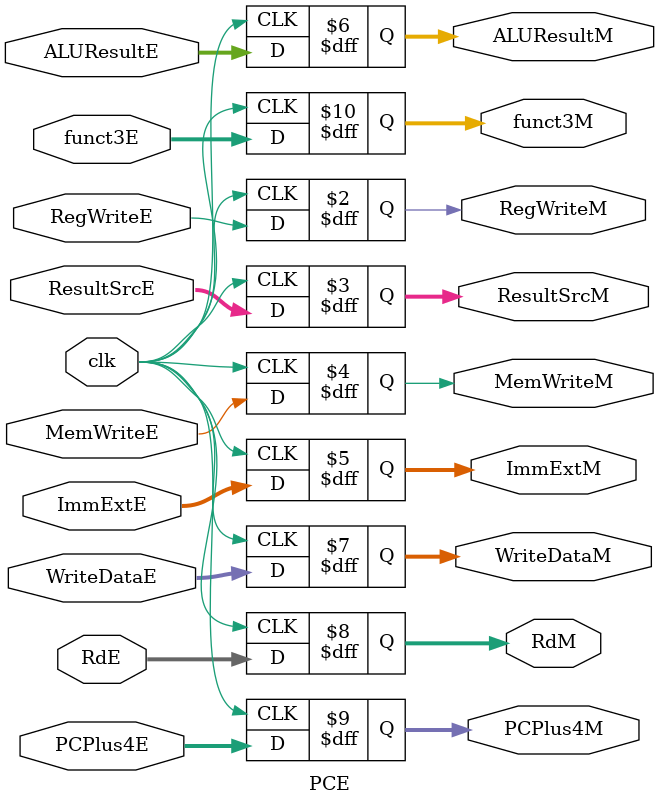
<source format=sv>
module PCE #(
    parameter WIDTH = 32
)(

    input logic clk,
    // input logic rst,


    //Control
    input logic RegWriteE,
    input logic [1:0] ResultSrcE,
    input logic MemWriteE,
    input logic [WIDTH-1:0] ImmExtE,

    output logic RegWriteM,
    output logic [1:0] ResultSrcM,
    output logic MemWriteM,
    output logic [WIDTH-1:0] ImmExtM,


    //Data

    input logic [WIDTH - 1:0] ALUResultE,
    input logic [WIDTH - 1:0] WriteDataE,
    input logic [4:0] RdE,
    input logic [WIDTH - 1:0] PCPlus4E,
    input logic [2:0] funct3E,

    output logic [WIDTH - 1:0] ALUResultM,
    output logic [WIDTH - 1:0] WriteDataM,
    output logic [4:0] RdM,
    output logic [WIDTH - 1:0] PCPlus4M,
    output logic [2:0] funct3M

);

always_ff @(posedge clk) begin

    // if (rst) begin
    //     //Control
    //     RegWriteM <= 0;
    //     ResultSrcM <= 0;
    //     MemWriteM <= 0;

    //     //Data
    //     ALUResultM <= 0;
    //     WriteDataM <= 0;
    //     RdM <= 0;
    //     PCPlus4M <= 0;
    //     funct3M <= 0;
    //     ImmExtM <= 0;

    // end

    // else begin

        //Control
        RegWriteM <= RegWriteE;
        ResultSrcM <= ResultSrcE;
        MemWriteM <= MemWriteE;
        ImmExtM <= ImmExtE;

        //Data
        ALUResultM <= ALUResultE;
        WriteDataM <= WriteDataE;
        RdM <= RdE;
        PCPlus4M <= PCPlus4E;
        funct3M <= funct3E;
    //end
end

endmodule

</source>
